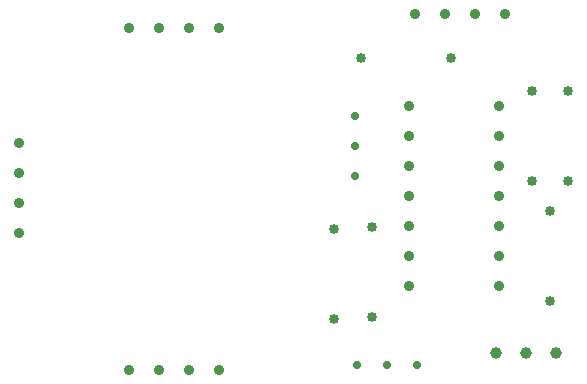
<source format=gbr>
%FSTAX23Y23*%
%MOIN*%
%SFA1B1*%

%IPPOS*%
%ADD37C,0.035433*%
%ADD38C,0.035433*%
%ADD39C,0.027559*%
%ADD40C,0.027559*%
%ADD41C,0.033465*%
%ADD42C,0.033465*%
%ADD43C,0.039370*%
%ADD44C,0.028000*%
%LNstrain_pth_drill-1*%
%LPD*%
G54D37*
X0013Y-00585D03*
Y-00685D03*
Y-00785D03*
Y-00885D03*
G54D38*
X0143Y-0046D03*
Y-0056D03*
Y-0066D03*
Y-0076D03*
Y-0086D03*
Y-0096D03*
Y-0106D03*
X0173Y-0046D03*
Y-0056D03*
Y-0066D03*
Y-0076D03*
Y-0086D03*
Y-0096D03*
Y-0106D03*
X0175Y-00155D03*
X0165D03*
X0155D03*
X0145D03*
X00795Y-002D03*
X00695D03*
X00595D03*
X00495D03*
X00795Y-0134D03*
X00695D03*
X00595D03*
X00495D03*
G54D39*
X0125Y-00695D03*
Y-00595D03*
Y-00495D03*
G54D40*
X01255Y-01325D03*
X01355D03*
X01455D03*
G54D41*
X01305Y-01165D03*
Y-00865D03*
X0184Y-0041D03*
Y-0071D03*
X0118Y-0087D03*
Y-0117D03*
X019Y-0111D03*
Y-0081D03*
X0196Y-0041D03*
Y-0071D03*
G54D42*
X0157Y-003D03*
X0127D03*
G54D43*
X0172Y-01285D03*
X0182D03*
X0192D03*
G54D44*
X0182Y-01285D03*
X0173Y-0076D03*
X01545Y-00155D03*
X0143Y-0066D03*
X0173Y-0106D03*
X0125Y-00695D03*
X00795Y-0134D03*
X0013Y-00685D03*
M02*
</source>
